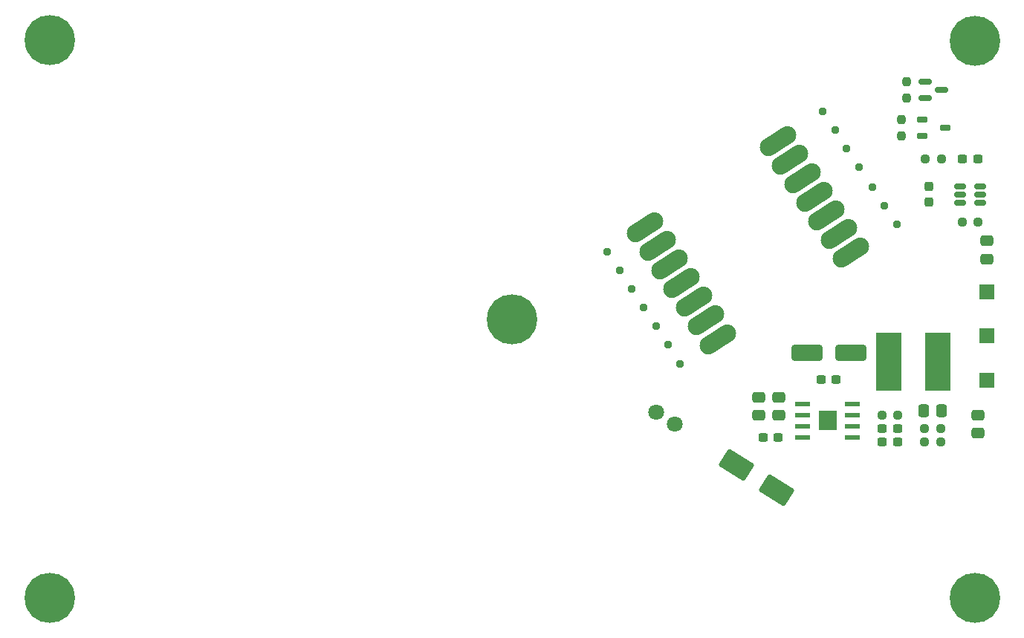
<source format=gbr>
%TF.GenerationSoftware,KiCad,Pcbnew,9.0.3*%
%TF.CreationDate,2025-08-06T11:21:27-04:00*%
%TF.ProjectId,rv_light,72765f6c-6967-4687-942e-6b696361645f,rev?*%
%TF.SameCoordinates,Original*%
%TF.FileFunction,Soldermask,Top*%
%TF.FilePolarity,Negative*%
%FSLAX46Y46*%
G04 Gerber Fmt 4.6, Leading zero omitted, Abs format (unit mm)*
G04 Created by KiCad (PCBNEW 9.0.3) date 2025-08-06 11:21:27*
%MOMM*%
%LPD*%
G01*
G04 APERTURE LIST*
G04 Aperture macros list*
%AMRoundRect*
0 Rectangle with rounded corners*
0 $1 Rounding radius*
0 $2 $3 $4 $5 $6 $7 $8 $9 X,Y pos of 4 corners*
0 Add a 4 corners polygon primitive as box body*
4,1,4,$2,$3,$4,$5,$6,$7,$8,$9,$2,$3,0*
0 Add four circle primitives for the rounded corners*
1,1,$1+$1,$2,$3*
1,1,$1+$1,$4,$5*
1,1,$1+$1,$6,$7*
1,1,$1+$1,$8,$9*
0 Add four rect primitives between the rounded corners*
20,1,$1+$1,$2,$3,$4,$5,0*
20,1,$1+$1,$4,$5,$6,$7,0*
20,1,$1+$1,$6,$7,$8,$9,0*
20,1,$1+$1,$8,$9,$2,$3,0*%
G04 Aperture macros list end*
%ADD10RoundRect,0.150000X-0.512500X-0.150000X0.512500X-0.150000X0.512500X0.150000X-0.512500X0.150000X0*%
%ADD11RoundRect,0.150000X-0.587500X-0.150000X0.587500X-0.150000X0.587500X0.150000X-0.587500X0.150000X0*%
%ADD12R,1.700000X1.700000*%
%ADD13C,0.939800*%
%ADD14RoundRect,0.237500X0.300000X0.237500X-0.300000X0.237500X-0.300000X-0.237500X0.300000X-0.237500X0*%
%ADD15C,5.715000*%
%ADD16RoundRect,0.250000X0.475000X-0.337500X0.475000X0.337500X-0.475000X0.337500X-0.475000X-0.337500X0*%
%ADD17C,1.803400*%
%ADD18RoundRect,0.237500X0.237500X-0.250000X0.237500X0.250000X-0.237500X0.250000X-0.237500X-0.250000X0*%
%ADD19RoundRect,0.250000X0.337500X0.475000X-0.337500X0.475000X-0.337500X-0.475000X0.337500X-0.475000X0*%
%ADD20RoundRect,0.237500X-0.300000X-0.237500X0.300000X-0.237500X0.300000X0.237500X-0.300000X0.237500X0*%
%ADD21RoundRect,0.237500X0.250000X0.237500X-0.250000X0.237500X-0.250000X-0.237500X0.250000X-0.237500X0*%
%ADD22R,1.663700X0.533400*%
%ADD23R,2.133600X2.286000*%
%ADD24RoundRect,0.250000X-0.475000X0.337500X-0.475000X-0.337500X0.475000X-0.337500X0.475000X0.337500X0*%
%ADD25RoundRect,0.237500X-0.250000X-0.237500X0.250000X-0.237500X0.250000X0.237500X-0.250000X0.237500X0*%
%ADD26R,2.850000X6.600000*%
%ADD27RoundRect,1.016000X-1.065106X-0.691700X1.065117X0.691683X1.065106X0.691700X-1.065117X-0.691683X0*%
%ADD28RoundRect,0.250000X1.500000X0.650000X-1.500000X0.650000X-1.500000X-0.650000X1.500000X-0.650000X0*%
%ADD29RoundRect,0.250000X-1.748999X0.031636X0.795145X-1.558122X1.748999X-0.031636X-0.795145X1.558122X0*%
%ADD30RoundRect,0.162500X-0.447500X-0.162500X0.447500X-0.162500X0.447500X0.162500X-0.447500X0.162500X0*%
%ADD31RoundRect,0.237500X-0.237500X0.300000X-0.237500X-0.300000X0.237500X-0.300000X0.237500X0.300000X0*%
G04 APERTURE END LIST*
D10*
%TO.C,U3*%
X52329500Y43114000D03*
X52329500Y42164000D03*
X52329500Y41214000D03*
X54604500Y41214000D03*
X54604500Y42164000D03*
X54604500Y43114000D03*
%TD*%
D11*
%TO.C,Q5*%
X48338500Y55052000D03*
X48338500Y53152000D03*
X50213500Y54102000D03*
%TD*%
D12*
%TO.C,J5*%
X55400000Y31035000D03*
%TD*%
%TO.C,J4*%
X55400000Y26095000D03*
%TD*%
%TO.C,J3*%
X55400000Y20955000D03*
%TD*%
D13*
%TO.C,TP9*%
X45085000Y38735000D03*
%TD*%
D14*
%TO.C,C4*%
X54329500Y46228000D03*
X52604500Y46228000D03*
%TD*%
D15*
%TO.C,H3*%
X53972221Y-3809637D03*
%TD*%
D16*
%TO.C,C11*%
X31623000Y16996500D03*
X31623000Y19071500D03*
%TD*%
D15*
%TO.C,H2*%
X53971113Y59698784D03*
%TD*%
D17*
%TO.C,J2*%
X17657958Y17347995D03*
X19812000Y16002000D03*
%TD*%
D13*
%TO.C,TP12*%
X39370000Y47396400D03*
%TD*%
D18*
%TO.C,R8*%
X46228000Y53189500D03*
X46228000Y55014500D03*
%TD*%
D14*
%TO.C,C6*%
X31596500Y14478000D03*
X29871500Y14478000D03*
%TD*%
D19*
%TO.C,C5*%
X50210000Y17526000D03*
X48135000Y17526000D03*
%TD*%
D20*
%TO.C,C7*%
X43460500Y13970000D03*
X45185500Y13970000D03*
%TD*%
D15*
%TO.C,H1*%
X1266105Y27948781D03*
%TD*%
D21*
%TO.C,R6*%
X54379500Y38989000D03*
X52554500Y38989000D03*
%TD*%
%TO.C,R2*%
X50085000Y15494000D03*
X48260000Y15494000D03*
%TD*%
D22*
%TO.C,U1*%
X34385250Y18288000D03*
X34385250Y17018000D03*
X34385250Y15748000D03*
X34385250Y14478000D03*
X40036750Y14478000D03*
X40036750Y15748000D03*
X40036750Y17018000D03*
X40036750Y18288000D03*
D23*
X37211000Y16383000D03*
%TD*%
D13*
%TO.C,TP1*%
X12133810Y35658282D03*
%TD*%
D15*
%TO.C,H4*%
X-51438898Y-3801227D03*
%TD*%
D24*
%TO.C,C10*%
X55372000Y36873000D03*
X55372000Y34798000D03*
%TD*%
D21*
%TO.C,R3*%
X50188500Y46228000D03*
X48363500Y46228000D03*
%TD*%
D13*
%TO.C,TP3*%
X17667336Y27137396D03*
%TD*%
D25*
%TO.C,R1*%
X43410500Y17018000D03*
X45235500Y17018000D03*
%TD*%
D15*
%TO.C,H5*%
X-51419685Y59727331D03*
%TD*%
D16*
%TO.C,C1*%
X29337000Y16996500D03*
X29337000Y19071500D03*
%TD*%
D13*
%TO.C,TP8*%
X43711202Y40850464D03*
%TD*%
%TO.C,TP4*%
X19050720Y25007164D03*
%TD*%
D26*
%TO.C,L1*%
X44165000Y23114000D03*
X49815000Y23114000D03*
%TD*%
D18*
%TO.C,R4*%
X45593000Y48871500D03*
X45593000Y50696500D03*
%TD*%
D27*
%TO.C,U2*%
X16441438Y38441687D03*
X17819483Y36319682D03*
X19202867Y34189459D03*
X20586250Y32059236D03*
X21969633Y29929013D03*
X23353016Y27798789D03*
X24736399Y25668566D03*
X39882286Y35504420D03*
X38498903Y37634644D03*
X37115520Y39764867D03*
X35732137Y41895090D03*
X34348754Y44025313D03*
X32965371Y46155537D03*
X31587325Y48277541D03*
%TD*%
D25*
%TO.C,R5*%
X48260000Y13970000D03*
X50085000Y13970000D03*
%TD*%
D28*
%TO.C,D2*%
X39838000Y24130000D03*
X34838000Y24130000D03*
%TD*%
D13*
%TO.C,TP7*%
X42337405Y42965925D03*
%TD*%
D14*
%TO.C,C2*%
X38200500Y21082000D03*
X36475500Y21082000D03*
%TD*%
D13*
%TO.C,TP2*%
X16283958Y29267615D03*
%TD*%
D29*
%TO.C,D1*%
X26793270Y11336782D03*
X31372730Y8475218D03*
%TD*%
D13*
%TO.C,TP6*%
X40815685Y45309172D03*
%TD*%
%TO.C,TP5*%
X20434109Y22876942D03*
%TD*%
%TO.C,TP14*%
X38049200Y49530000D03*
%TD*%
%TO.C,TP11*%
X13517191Y33528060D03*
%TD*%
D24*
%TO.C,C9*%
X54356000Y17018000D03*
X54356000Y14943000D03*
%TD*%
D30*
%TO.C,Q3*%
X47966000Y50734000D03*
X47966000Y48834000D03*
X50586000Y49784000D03*
%TD*%
D13*
%TO.C,TP10*%
X14900577Y31397847D03*
%TD*%
D31*
%TO.C,C3*%
X48768000Y43065000D03*
X48768000Y41340000D03*
%TD*%
D13*
%TO.C,TP13*%
X36677600Y51663600D03*
%TD*%
D20*
%TO.C,C8*%
X43460500Y15494000D03*
X45185500Y15494000D03*
%TD*%
M02*

</source>
